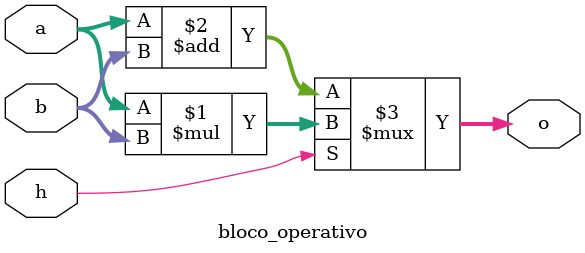
<source format=v>
module bloco_operativo (
    input h,
    input signed [15:0] a,
                        b,
                        
    output signed [15:0] o
);

assign o = h ? (a * b) : (a + b);

endmodule

</source>
